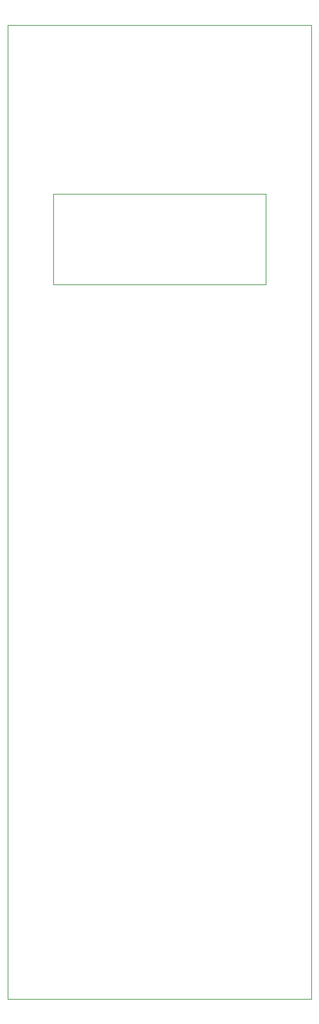
<source format=gbr>
%TF.GenerationSoftware,KiCad,Pcbnew,8.0.7*%
%TF.CreationDate,2025-02-20T16:23:03+00:00*%
%TF.ProjectId,RPi-MiniDexed-EuroRack-Panel,5250692d-4d69-46e6-9944-657865642d45,rev?*%
%TF.SameCoordinates,Original*%
%TF.FileFunction,Profile,NP*%
%FSLAX46Y46*%
G04 Gerber Fmt 4.6, Leading zero omitted, Abs format (unit mm)*
G04 Created by KiCad (PCBNEW 8.0.7) date 2025-02-20 16:23:03*
%MOMM*%
%LPD*%
G01*
G04 APERTURE LIST*
%TA.AperFunction,Profile*%
%ADD10C,0.100000*%
%TD*%
%TA.AperFunction,Profile*%
%ADD11C,0.050000*%
%TD*%
G04 APERTURE END LIST*
D10*
X50000000Y-35750000D02*
X90000000Y-35750000D01*
X90000000Y-164250000D01*
X50000000Y-164250000D01*
X50000000Y-35750000D01*
D11*
X56000000Y-58000000D02*
X84000000Y-58000000D01*
X84000000Y-70000000D01*
X56000000Y-70000000D01*
X56000000Y-58000000D01*
M02*

</source>
